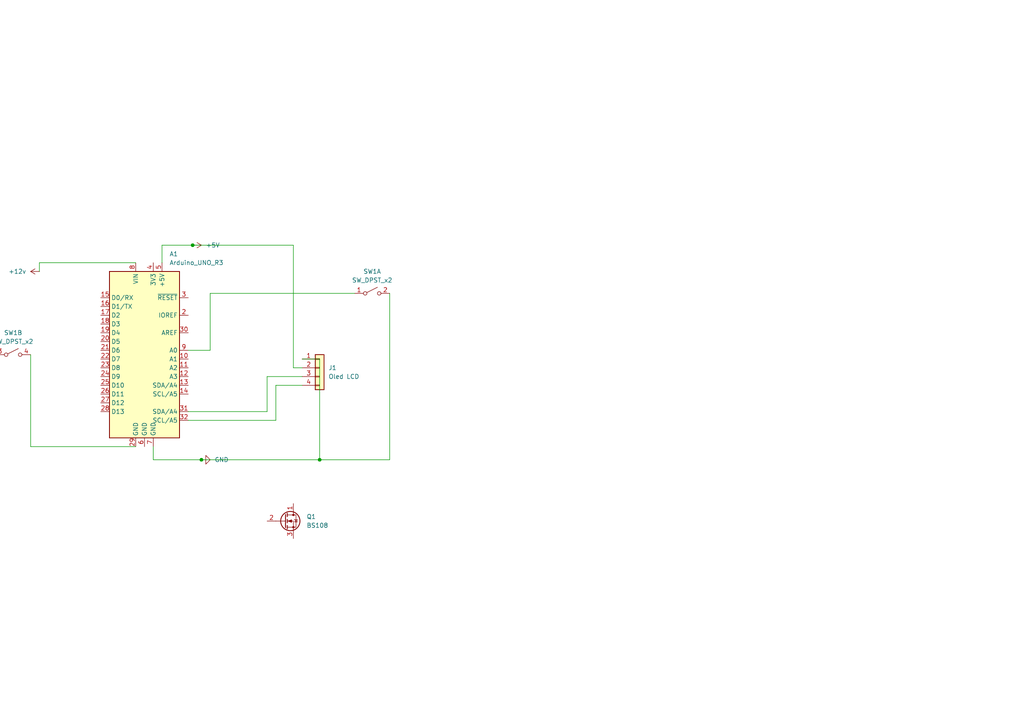
<source format=kicad_sch>
(kicad_sch
	(version 20250114)
	(generator "eeschema")
	(generator_version "9.0")
	(uuid "3b3385f4-7ed8-4629-8754-bbc6b445ee7d")
	(paper "A4")
	(lib_symbols
		(symbol "Connector_Generic:Conn_01x04"
			(pin_names
				(offset 1.016)
				(hide yes)
			)
			(exclude_from_sim no)
			(in_bom yes)
			(on_board yes)
			(property "Reference" "J"
				(at 0 5.08 0)
				(effects
					(font
						(size 1.27 1.27)
					)
				)
			)
			(property "Value" "Conn_01x04"
				(at 0 -7.62 0)
				(effects
					(font
						(size 1.27 1.27)
					)
				)
			)
			(property "Footprint" ""
				(at 0 0 0)
				(effects
					(font
						(size 1.27 1.27)
					)
					(hide yes)
				)
			)
			(property "Datasheet" "~"
				(at 0 0 0)
				(effects
					(font
						(size 1.27 1.27)
					)
					(hide yes)
				)
			)
			(property "Description" "Generic connector, single row, 01x04, script generated (kicad-library-utils/schlib/autogen/connector/)"
				(at 0 0 0)
				(effects
					(font
						(size 1.27 1.27)
					)
					(hide yes)
				)
			)
			(property "ki_keywords" "connector"
				(at 0 0 0)
				(effects
					(font
						(size 1.27 1.27)
					)
					(hide yes)
				)
			)
			(property "ki_fp_filters" "Connector*:*_1x??_*"
				(at 0 0 0)
				(effects
					(font
						(size 1.27 1.27)
					)
					(hide yes)
				)
			)
			(symbol "Conn_01x04_1_1"
				(rectangle
					(start -1.27 3.81)
					(end 1.27 -6.35)
					(stroke
						(width 0.254)
						(type default)
					)
					(fill
						(type background)
					)
				)
				(rectangle
					(start -1.27 2.667)
					(end 0 2.413)
					(stroke
						(width 0.1524)
						(type default)
					)
					(fill
						(type none)
					)
				)
				(rectangle
					(start -1.27 0.127)
					(end 0 -0.127)
					(stroke
						(width 0.1524)
						(type default)
					)
					(fill
						(type none)
					)
				)
				(rectangle
					(start -1.27 -2.413)
					(end 0 -2.667)
					(stroke
						(width 0.1524)
						(type default)
					)
					(fill
						(type none)
					)
				)
				(rectangle
					(start -1.27 -4.953)
					(end 0 -5.207)
					(stroke
						(width 0.1524)
						(type default)
					)
					(fill
						(type none)
					)
				)
				(pin passive line
					(at -5.08 2.54 0)
					(length 3.81)
					(name "Pin_1"
						(effects
							(font
								(size 1.27 1.27)
							)
						)
					)
					(number "1"
						(effects
							(font
								(size 1.27 1.27)
							)
						)
					)
				)
				(pin passive line
					(at -5.08 0 0)
					(length 3.81)
					(name "Pin_2"
						(effects
							(font
								(size 1.27 1.27)
							)
						)
					)
					(number "2"
						(effects
							(font
								(size 1.27 1.27)
							)
						)
					)
				)
				(pin passive line
					(at -5.08 -2.54 0)
					(length 3.81)
					(name "Pin_3"
						(effects
							(font
								(size 1.27 1.27)
							)
						)
					)
					(number "3"
						(effects
							(font
								(size 1.27 1.27)
							)
						)
					)
				)
				(pin passive line
					(at -5.08 -5.08 0)
					(length 3.81)
					(name "Pin_4"
						(effects
							(font
								(size 1.27 1.27)
							)
						)
					)
					(number "4"
						(effects
							(font
								(size 1.27 1.27)
							)
						)
					)
				)
			)
			(embedded_fonts no)
		)
		(symbol "MCU_Module:Arduino_UNO_R3"
			(exclude_from_sim no)
			(in_bom yes)
			(on_board yes)
			(property "Reference" "A"
				(at -10.16 23.495 0)
				(effects
					(font
						(size 1.27 1.27)
					)
					(justify left bottom)
				)
			)
			(property "Value" "Arduino_UNO_R3"
				(at 5.08 -26.67 0)
				(effects
					(font
						(size 1.27 1.27)
					)
					(justify left top)
				)
			)
			(property "Footprint" "Module:Arduino_UNO_R3"
				(at 0 0 0)
				(effects
					(font
						(size 1.27 1.27)
						(italic yes)
					)
					(hide yes)
				)
			)
			(property "Datasheet" "https://www.arduino.cc/en/Main/arduinoBoardUno"
				(at 0 0 0)
				(effects
					(font
						(size 1.27 1.27)
					)
					(hide yes)
				)
			)
			(property "Description" "Arduino UNO Microcontroller Module, release 3"
				(at 0 0 0)
				(effects
					(font
						(size 1.27 1.27)
					)
					(hide yes)
				)
			)
			(property "ki_keywords" "Arduino UNO R3 Microcontroller Module Atmel AVR USB"
				(at 0 0 0)
				(effects
					(font
						(size 1.27 1.27)
					)
					(hide yes)
				)
			)
			(property "ki_fp_filters" "Arduino*UNO*R3*"
				(at 0 0 0)
				(effects
					(font
						(size 1.27 1.27)
					)
					(hide yes)
				)
			)
			(symbol "Arduino_UNO_R3_0_1"
				(rectangle
					(start -10.16 22.86)
					(end 10.16 -25.4)
					(stroke
						(width 0.254)
						(type default)
					)
					(fill
						(type background)
					)
				)
			)
			(symbol "Arduino_UNO_R3_1_1"
				(pin bidirectional line
					(at -12.7 15.24 0)
					(length 2.54)
					(name "D0/RX"
						(effects
							(font
								(size 1.27 1.27)
							)
						)
					)
					(number "15"
						(effects
							(font
								(size 1.27 1.27)
							)
						)
					)
				)
				(pin bidirectional line
					(at -12.7 12.7 0)
					(length 2.54)
					(name "D1/TX"
						(effects
							(font
								(size 1.27 1.27)
							)
						)
					)
					(number "16"
						(effects
							(font
								(size 1.27 1.27)
							)
						)
					)
				)
				(pin bidirectional line
					(at -12.7 10.16 0)
					(length 2.54)
					(name "D2"
						(effects
							(font
								(size 1.27 1.27)
							)
						)
					)
					(number "17"
						(effects
							(font
								(size 1.27 1.27)
							)
						)
					)
				)
				(pin bidirectional line
					(at -12.7 7.62 0)
					(length 2.54)
					(name "D3"
						(effects
							(font
								(size 1.27 1.27)
							)
						)
					)
					(number "18"
						(effects
							(font
								(size 1.27 1.27)
							)
						)
					)
				)
				(pin bidirectional line
					(at -12.7 5.08 0)
					(length 2.54)
					(name "D4"
						(effects
							(font
								(size 1.27 1.27)
							)
						)
					)
					(number "19"
						(effects
							(font
								(size 1.27 1.27)
							)
						)
					)
				)
				(pin bidirectional line
					(at -12.7 2.54 0)
					(length 2.54)
					(name "D5"
						(effects
							(font
								(size 1.27 1.27)
							)
						)
					)
					(number "20"
						(effects
							(font
								(size 1.27 1.27)
							)
						)
					)
				)
				(pin bidirectional line
					(at -12.7 0 0)
					(length 2.54)
					(name "D6"
						(effects
							(font
								(size 1.27 1.27)
							)
						)
					)
					(number "21"
						(effects
							(font
								(size 1.27 1.27)
							)
						)
					)
				)
				(pin bidirectional line
					(at -12.7 -2.54 0)
					(length 2.54)
					(name "D7"
						(effects
							(font
								(size 1.27 1.27)
							)
						)
					)
					(number "22"
						(effects
							(font
								(size 1.27 1.27)
							)
						)
					)
				)
				(pin bidirectional line
					(at -12.7 -5.08 0)
					(length 2.54)
					(name "D8"
						(effects
							(font
								(size 1.27 1.27)
							)
						)
					)
					(number "23"
						(effects
							(font
								(size 1.27 1.27)
							)
						)
					)
				)
				(pin bidirectional line
					(at -12.7 -7.62 0)
					(length 2.54)
					(name "D9"
						(effects
							(font
								(size 1.27 1.27)
							)
						)
					)
					(number "24"
						(effects
							(font
								(size 1.27 1.27)
							)
						)
					)
				)
				(pin bidirectional line
					(at -12.7 -10.16 0)
					(length 2.54)
					(name "D10"
						(effects
							(font
								(size 1.27 1.27)
							)
						)
					)
					(number "25"
						(effects
							(font
								(size 1.27 1.27)
							)
						)
					)
				)
				(pin bidirectional line
					(at -12.7 -12.7 0)
					(length 2.54)
					(name "D11"
						(effects
							(font
								(size 1.27 1.27)
							)
						)
					)
					(number "26"
						(effects
							(font
								(size 1.27 1.27)
							)
						)
					)
				)
				(pin bidirectional line
					(at -12.7 -15.24 0)
					(length 2.54)
					(name "D12"
						(effects
							(font
								(size 1.27 1.27)
							)
						)
					)
					(number "27"
						(effects
							(font
								(size 1.27 1.27)
							)
						)
					)
				)
				(pin bidirectional line
					(at -12.7 -17.78 0)
					(length 2.54)
					(name "D13"
						(effects
							(font
								(size 1.27 1.27)
							)
						)
					)
					(number "28"
						(effects
							(font
								(size 1.27 1.27)
							)
						)
					)
				)
				(pin no_connect line
					(at -10.16 -20.32 0)
					(length 2.54)
					(hide yes)
					(name "NC"
						(effects
							(font
								(size 1.27 1.27)
							)
						)
					)
					(number "1"
						(effects
							(font
								(size 1.27 1.27)
							)
						)
					)
				)
				(pin power_in line
					(at -2.54 25.4 270)
					(length 2.54)
					(name "VIN"
						(effects
							(font
								(size 1.27 1.27)
							)
						)
					)
					(number "8"
						(effects
							(font
								(size 1.27 1.27)
							)
						)
					)
				)
				(pin power_in line
					(at -2.54 -27.94 90)
					(length 2.54)
					(name "GND"
						(effects
							(font
								(size 1.27 1.27)
							)
						)
					)
					(number "29"
						(effects
							(font
								(size 1.27 1.27)
							)
						)
					)
				)
				(pin power_in line
					(at 0 -27.94 90)
					(length 2.54)
					(name "GND"
						(effects
							(font
								(size 1.27 1.27)
							)
						)
					)
					(number "6"
						(effects
							(font
								(size 1.27 1.27)
							)
						)
					)
				)
				(pin power_out line
					(at 2.54 25.4 270)
					(length 2.54)
					(name "3V3"
						(effects
							(font
								(size 1.27 1.27)
							)
						)
					)
					(number "4"
						(effects
							(font
								(size 1.27 1.27)
							)
						)
					)
				)
				(pin power_in line
					(at 2.54 -27.94 90)
					(length 2.54)
					(name "GND"
						(effects
							(font
								(size 1.27 1.27)
							)
						)
					)
					(number "7"
						(effects
							(font
								(size 1.27 1.27)
							)
						)
					)
				)
				(pin power_out line
					(at 5.08 25.4 270)
					(length 2.54)
					(name "+5V"
						(effects
							(font
								(size 1.27 1.27)
							)
						)
					)
					(number "5"
						(effects
							(font
								(size 1.27 1.27)
							)
						)
					)
				)
				(pin input line
					(at 12.7 15.24 180)
					(length 2.54)
					(name "~{RESET}"
						(effects
							(font
								(size 1.27 1.27)
							)
						)
					)
					(number "3"
						(effects
							(font
								(size 1.27 1.27)
							)
						)
					)
				)
				(pin output line
					(at 12.7 10.16 180)
					(length 2.54)
					(name "IOREF"
						(effects
							(font
								(size 1.27 1.27)
							)
						)
					)
					(number "2"
						(effects
							(font
								(size 1.27 1.27)
							)
						)
					)
				)
				(pin input line
					(at 12.7 5.08 180)
					(length 2.54)
					(name "AREF"
						(effects
							(font
								(size 1.27 1.27)
							)
						)
					)
					(number "30"
						(effects
							(font
								(size 1.27 1.27)
							)
						)
					)
				)
				(pin bidirectional line
					(at 12.7 0 180)
					(length 2.54)
					(name "A0"
						(effects
							(font
								(size 1.27 1.27)
							)
						)
					)
					(number "9"
						(effects
							(font
								(size 1.27 1.27)
							)
						)
					)
				)
				(pin bidirectional line
					(at 12.7 -2.54 180)
					(length 2.54)
					(name "A1"
						(effects
							(font
								(size 1.27 1.27)
							)
						)
					)
					(number "10"
						(effects
							(font
								(size 1.27 1.27)
							)
						)
					)
				)
				(pin bidirectional line
					(at 12.7 -5.08 180)
					(length 2.54)
					(name "A2"
						(effects
							(font
								(size 1.27 1.27)
							)
						)
					)
					(number "11"
						(effects
							(font
								(size 1.27 1.27)
							)
						)
					)
				)
				(pin bidirectional line
					(at 12.7 -7.62 180)
					(length 2.54)
					(name "A3"
						(effects
							(font
								(size 1.27 1.27)
							)
						)
					)
					(number "12"
						(effects
							(font
								(size 1.27 1.27)
							)
						)
					)
				)
				(pin bidirectional line
					(at 12.7 -10.16 180)
					(length 2.54)
					(name "SDA/A4"
						(effects
							(font
								(size 1.27 1.27)
							)
						)
					)
					(number "13"
						(effects
							(font
								(size 1.27 1.27)
							)
						)
					)
				)
				(pin bidirectional line
					(at 12.7 -12.7 180)
					(length 2.54)
					(name "SCL/A5"
						(effects
							(font
								(size 1.27 1.27)
							)
						)
					)
					(number "14"
						(effects
							(font
								(size 1.27 1.27)
							)
						)
					)
				)
				(pin bidirectional line
					(at 12.7 -17.78 180)
					(length 2.54)
					(name "SDA/A4"
						(effects
							(font
								(size 1.27 1.27)
							)
						)
					)
					(number "31"
						(effects
							(font
								(size 1.27 1.27)
							)
						)
					)
				)
				(pin bidirectional line
					(at 12.7 -20.32 180)
					(length 2.54)
					(name "SCL/A5"
						(effects
							(font
								(size 1.27 1.27)
							)
						)
					)
					(number "32"
						(effects
							(font
								(size 1.27 1.27)
							)
						)
					)
				)
			)
			(embedded_fonts no)
		)
		(symbol "Switch:SW_DPST_x2"
			(pin_names
				(offset 0)
				(hide yes)
			)
			(exclude_from_sim no)
			(in_bom yes)
			(on_board yes)
			(property "Reference" "SW"
				(at 0 3.175 0)
				(effects
					(font
						(size 1.27 1.27)
					)
				)
			)
			(property "Value" "SW_DPST_x2"
				(at 0 -2.54 0)
				(effects
					(font
						(size 1.27 1.27)
					)
				)
			)
			(property "Footprint" ""
				(at 0 0 0)
				(effects
					(font
						(size 1.27 1.27)
					)
					(hide yes)
				)
			)
			(property "Datasheet" "~"
				(at 0 0 0)
				(effects
					(font
						(size 1.27 1.27)
					)
					(hide yes)
				)
			)
			(property "Description" "Single Pole Single Throw (SPST) switch, separate symbol"
				(at 0 0 0)
				(effects
					(font
						(size 1.27 1.27)
					)
					(hide yes)
				)
			)
			(property "ki_keywords" "switch lever"
				(at 0 0 0)
				(effects
					(font
						(size 1.27 1.27)
					)
					(hide yes)
				)
			)
			(symbol "SW_DPST_x2_0_0"
				(circle
					(center -2.032 0)
					(radius 0.508)
					(stroke
						(width 0)
						(type default)
					)
					(fill
						(type none)
					)
				)
				(polyline
					(pts
						(xy -1.524 0.254) (xy 1.524 1.778)
					)
					(stroke
						(width 0)
						(type default)
					)
					(fill
						(type none)
					)
				)
				(circle
					(center 2.032 0)
					(radius 0.508)
					(stroke
						(width 0)
						(type default)
					)
					(fill
						(type none)
					)
				)
			)
			(symbol "SW_DPST_x2_1_1"
				(pin passive line
					(at -5.08 0 0)
					(length 2.54)
					(name "A"
						(effects
							(font
								(size 1.27 1.27)
							)
						)
					)
					(number "1"
						(effects
							(font
								(size 1.27 1.27)
							)
						)
					)
				)
				(pin passive line
					(at 5.08 0 180)
					(length 2.54)
					(name "B"
						(effects
							(font
								(size 1.27 1.27)
							)
						)
					)
					(number "2"
						(effects
							(font
								(size 1.27 1.27)
							)
						)
					)
				)
			)
			(symbol "SW_DPST_x2_2_1"
				(pin passive line
					(at -5.08 0 0)
					(length 2.54)
					(name "A"
						(effects
							(font
								(size 1.27 1.27)
							)
						)
					)
					(number "3"
						(effects
							(font
								(size 1.27 1.27)
							)
						)
					)
				)
				(pin passive line
					(at 5.08 0 180)
					(length 2.54)
					(name "B"
						(effects
							(font
								(size 1.27 1.27)
							)
						)
					)
					(number "4"
						(effects
							(font
								(size 1.27 1.27)
							)
						)
					)
				)
			)
			(embedded_fonts no)
		)
		(symbol "Transistor_FET:BS108"
			(pin_names
				(hide yes)
			)
			(exclude_from_sim no)
			(in_bom yes)
			(on_board yes)
			(property "Reference" "Q"
				(at 5.08 1.905 0)
				(effects
					(font
						(size 1.27 1.27)
					)
					(justify left)
				)
			)
			(property "Value" "BS108"
				(at 5.08 0 0)
				(effects
					(font
						(size 1.27 1.27)
					)
					(justify left)
				)
			)
			(property "Footprint" "Package_TO_SOT_THT:TO-92_Inline"
				(at 5.08 -1.905 0)
				(effects
					(font
						(size 1.27 1.27)
						(italic yes)
					)
					(justify left)
					(hide yes)
				)
			)
			(property "Datasheet" "http://www.redrok.com/MOSFET_BS108_200V_250mA_8O_Vth1.5_TO-92.PDF"
				(at 5.08 -3.81 0)
				(effects
					(font
						(size 1.27 1.27)
					)
					(justify left)
					(hide yes)
				)
			)
			(property "Description" "0.25A Id, 200V Vds, N-Channel MOSFET, TO-92"
				(at 0 0 0)
				(effects
					(font
						(size 1.27 1.27)
					)
					(hide yes)
				)
			)
			(property "ki_keywords" "N-Channel MOSFET"
				(at 0 0 0)
				(effects
					(font
						(size 1.27 1.27)
					)
					(hide yes)
				)
			)
			(property "ki_fp_filters" "TO?92*"
				(at 0 0 0)
				(effects
					(font
						(size 1.27 1.27)
					)
					(hide yes)
				)
			)
			(symbol "BS108_0_1"
				(polyline
					(pts
						(xy 0.254 1.905) (xy 0.254 -1.905)
					)
					(stroke
						(width 0.254)
						(type default)
					)
					(fill
						(type none)
					)
				)
				(polyline
					(pts
						(xy 0.254 0) (xy -2.54 0)
					)
					(stroke
						(width 0)
						(type default)
					)
					(fill
						(type none)
					)
				)
				(polyline
					(pts
						(xy 0.762 2.286) (xy 0.762 1.27)
					)
					(stroke
						(width 0.254)
						(type default)
					)
					(fill
						(type none)
					)
				)
				(polyline
					(pts
						(xy 0.762 0.508) (xy 0.762 -0.508)
					)
					(stroke
						(width 0.254)
						(type default)
					)
					(fill
						(type none)
					)
				)
				(polyline
					(pts
						(xy 0.762 -1.27) (xy 0.762 -2.286)
					)
					(stroke
						(width 0.254)
						(type default)
					)
					(fill
						(type none)
					)
				)
				(polyline
					(pts
						(xy 0.762 -1.778) (xy 3.302 -1.778) (xy 3.302 1.778) (xy 0.762 1.778)
					)
					(stroke
						(width 0)
						(type default)
					)
					(fill
						(type none)
					)
				)
				(polyline
					(pts
						(xy 1.016 0) (xy 2.032 0.381) (xy 2.032 -0.381) (xy 1.016 0)
					)
					(stroke
						(width 0)
						(type default)
					)
					(fill
						(type outline)
					)
				)
				(circle
					(center 1.651 0)
					(radius 2.794)
					(stroke
						(width 0.254)
						(type default)
					)
					(fill
						(type none)
					)
				)
				(polyline
					(pts
						(xy 2.54 2.54) (xy 2.54 1.778)
					)
					(stroke
						(width 0)
						(type default)
					)
					(fill
						(type none)
					)
				)
				(circle
					(center 2.54 1.778)
					(radius 0.254)
					(stroke
						(width 0)
						(type default)
					)
					(fill
						(type outline)
					)
				)
				(circle
					(center 2.54 -1.778)
					(radius 0.254)
					(stroke
						(width 0)
						(type default)
					)
					(fill
						(type outline)
					)
				)
				(polyline
					(pts
						(xy 2.54 -2.54) (xy 2.54 0) (xy 0.762 0)
					)
					(stroke
						(width 0)
						(type default)
					)
					(fill
						(type none)
					)
				)
				(polyline
					(pts
						(xy 2.794 0.508) (xy 2.921 0.381) (xy 3.683 0.381) (xy 3.81 0.254)
					)
					(stroke
						(width 0)
						(type default)
					)
					(fill
						(type none)
					)
				)
				(polyline
					(pts
						(xy 3.302 0.381) (xy 2.921 -0.254) (xy 3.683 -0.254) (xy 3.302 0.381)
					)
					(stroke
						(width 0)
						(type default)
					)
					(fill
						(type none)
					)
				)
			)
			(symbol "BS108_1_1"
				(pin input line
					(at -5.08 0 0)
					(length 2.54)
					(name "G"
						(effects
							(font
								(size 1.27 1.27)
							)
						)
					)
					(number "2"
						(effects
							(font
								(size 1.27 1.27)
							)
						)
					)
				)
				(pin passive line
					(at 2.54 5.08 270)
					(length 2.54)
					(name "D"
						(effects
							(font
								(size 1.27 1.27)
							)
						)
					)
					(number "1"
						(effects
							(font
								(size 1.27 1.27)
							)
						)
					)
				)
				(pin passive line
					(at 2.54 -5.08 90)
					(length 2.54)
					(name "S"
						(effects
							(font
								(size 1.27 1.27)
							)
						)
					)
					(number "3"
						(effects
							(font
								(size 1.27 1.27)
							)
						)
					)
				)
			)
			(embedded_fonts no)
		)
		(symbol "power:+5V"
			(power)
			(pin_numbers
				(hide yes)
			)
			(pin_names
				(offset 0)
				(hide yes)
			)
			(exclude_from_sim no)
			(in_bom yes)
			(on_board yes)
			(property "Reference" "#PWR"
				(at 0 -3.81 0)
				(effects
					(font
						(size 1.27 1.27)
					)
					(hide yes)
				)
			)
			(property "Value" "+5V"
				(at 0 3.556 0)
				(effects
					(font
						(size 1.27 1.27)
					)
				)
			)
			(property "Footprint" ""
				(at 0 0 0)
				(effects
					(font
						(size 1.27 1.27)
					)
					(hide yes)
				)
			)
			(property "Datasheet" ""
				(at 0 0 0)
				(effects
					(font
						(size 1.27 1.27)
					)
					(hide yes)
				)
			)
			(property "Description" "Power symbol creates a global label with name \"+5V\""
				(at 0 0 0)
				(effects
					(font
						(size 1.27 1.27)
					)
					(hide yes)
				)
			)
			(property "ki_keywords" "global power"
				(at 0 0 0)
				(effects
					(font
						(size 1.27 1.27)
					)
					(hide yes)
				)
			)
			(symbol "+5V_0_1"
				(polyline
					(pts
						(xy -0.762 1.27) (xy 0 2.54)
					)
					(stroke
						(width 0)
						(type default)
					)
					(fill
						(type none)
					)
				)
				(polyline
					(pts
						(xy 0 2.54) (xy 0.762 1.27)
					)
					(stroke
						(width 0)
						(type default)
					)
					(fill
						(type none)
					)
				)
				(polyline
					(pts
						(xy 0 0) (xy 0 2.54)
					)
					(stroke
						(width 0)
						(type default)
					)
					(fill
						(type none)
					)
				)
			)
			(symbol "+5V_1_1"
				(pin power_in line
					(at 0 0 90)
					(length 0)
					(name "~"
						(effects
							(font
								(size 1.27 1.27)
							)
						)
					)
					(number "1"
						(effects
							(font
								(size 1.27 1.27)
							)
						)
					)
				)
			)
			(embedded_fonts no)
		)
		(symbol "power:GND"
			(power)
			(pin_numbers
				(hide yes)
			)
			(pin_names
				(offset 0)
				(hide yes)
			)
			(exclude_from_sim no)
			(in_bom yes)
			(on_board yes)
			(property "Reference" "#PWR"
				(at 0 -6.35 0)
				(effects
					(font
						(size 1.27 1.27)
					)
					(hide yes)
				)
			)
			(property "Value" "GND"
				(at 0 -3.81 0)
				(effects
					(font
						(size 1.27 1.27)
					)
				)
			)
			(property "Footprint" ""
				(at 0 0 0)
				(effects
					(font
						(size 1.27 1.27)
					)
					(hide yes)
				)
			)
			(property "Datasheet" ""
				(at 0 0 0)
				(effects
					(font
						(size 1.27 1.27)
					)
					(hide yes)
				)
			)
			(property "Description" "Power symbol creates a global label with name \"GND\" , ground"
				(at 0 0 0)
				(effects
					(font
						(size 1.27 1.27)
					)
					(hide yes)
				)
			)
			(property "ki_keywords" "global power"
				(at 0 0 0)
				(effects
					(font
						(size 1.27 1.27)
					)
					(hide yes)
				)
			)
			(symbol "GND_0_1"
				(polyline
					(pts
						(xy 0 0) (xy 0 -1.27) (xy 1.27 -1.27) (xy 0 -2.54) (xy -1.27 -1.27) (xy 0 -1.27)
					)
					(stroke
						(width 0)
						(type default)
					)
					(fill
						(type none)
					)
				)
			)
			(symbol "GND_1_1"
				(pin power_in line
					(at 0 0 270)
					(length 0)
					(name "~"
						(effects
							(font
								(size 1.27 1.27)
							)
						)
					)
					(number "1"
						(effects
							(font
								(size 1.27 1.27)
							)
						)
					)
				)
			)
			(embedded_fonts no)
		)
	)
	(junction
		(at 92.71 133.35)
		(diameter 0)
		(color 0 0 0 0)
		(uuid "53039b7d-6c92-436a-a23e-d29f1bbe4b24")
	)
	(junction
		(at 58.42 133.35)
		(diameter 0)
		(color 0 0 0 0)
		(uuid "5bfcf844-2562-4508-aa52-e00761222409")
	)
	(junction
		(at 55.88 71.12)
		(diameter 0)
		(color 0 0 0 0)
		(uuid "bfdf5def-2aa4-411f-87b9-6066875ae89a")
	)
	(wire
		(pts
			(xy 60.96 85.09) (xy 60.96 101.6)
		)
		(stroke
			(width 0)
			(type default)
		)
		(uuid "02cb030a-609d-4101-ab74-4c94ce01266e")
	)
	(wire
		(pts
			(xy 54.61 121.92) (xy 80.01 121.92)
		)
		(stroke
			(width 0)
			(type default)
		)
		(uuid "06fd1635-da2d-463e-ba52-6014df7e6498")
	)
	(wire
		(pts
			(xy 85.09 71.12) (xy 85.09 106.68)
		)
		(stroke
			(width 0)
			(type default)
		)
		(uuid "0d9787e0-8ac5-4828-80af-ca798ebaaf50")
	)
	(wire
		(pts
			(xy 80.01 111.76) (xy 87.63 111.76)
		)
		(stroke
			(width 0)
			(type default)
		)
		(uuid "0fce1120-4ce3-4d6d-a8c7-6de0c900f2e9")
	)
	(wire
		(pts
			(xy 77.47 119.38) (xy 77.47 109.22)
		)
		(stroke
			(width 0)
			(type default)
		)
		(uuid "1313c6cf-d7ac-40b8-96a9-7b09ff39c6e8")
	)
	(wire
		(pts
			(xy 80.01 121.92) (xy 80.01 111.76)
		)
		(stroke
			(width 0)
			(type default)
		)
		(uuid "1699d9cd-7cda-4827-9ad6-96d34e2a9ccc")
	)
	(wire
		(pts
			(xy 92.71 104.14) (xy 87.63 104.14)
		)
		(stroke
			(width 0)
			(type default)
		)
		(uuid "17f26f4d-a2f9-47e3-a880-1e907b2cd822")
	)
	(wire
		(pts
			(xy 113.03 133.35) (xy 92.71 133.35)
		)
		(stroke
			(width 0)
			(type default)
		)
		(uuid "193d9428-2e29-4545-b154-2e76d52b1ca3")
	)
	(wire
		(pts
			(xy 85.09 106.68) (xy 87.63 106.68)
		)
		(stroke
			(width 0)
			(type default)
		)
		(uuid "1c62082e-1559-4022-bfed-5d81246bfb3c")
	)
	(wire
		(pts
			(xy 113.03 85.09) (xy 113.03 133.35)
		)
		(stroke
			(width 0)
			(type default)
		)
		(uuid "261f7597-a20c-4abe-8aeb-7900357ef003")
	)
	(wire
		(pts
			(xy 39.37 129.54) (xy 8.89 129.54)
		)
		(stroke
			(width 0)
			(type default)
		)
		(uuid "35d3d53b-214e-4f22-b23d-f125bad661f7")
	)
	(wire
		(pts
			(xy 11.43 76.2) (xy 11.43 78.74)
		)
		(stroke
			(width 0)
			(type default)
		)
		(uuid "51ca323a-678a-4da3-bca8-a7fba265f928")
	)
	(wire
		(pts
			(xy 44.45 133.35) (xy 58.42 133.35)
		)
		(stroke
			(width 0)
			(type default)
		)
		(uuid "52ccda03-ac7b-4391-94dc-538d1412e6ef")
	)
	(wire
		(pts
			(xy 58.42 133.35) (xy 92.71 133.35)
		)
		(stroke
			(width 0)
			(type default)
		)
		(uuid "53a2b058-b700-4988-ac9c-66d8c12bd11c")
	)
	(wire
		(pts
			(xy 92.71 133.35) (xy 92.71 104.14)
		)
		(stroke
			(width 0)
			(type default)
		)
		(uuid "70fdc51d-8dec-4ca2-a185-9572245d1f2a")
	)
	(wire
		(pts
			(xy 55.88 71.12) (xy 85.09 71.12)
		)
		(stroke
			(width 0)
			(type default)
		)
		(uuid "903d489f-e49a-4f9c-889b-f60935da3d52")
	)
	(wire
		(pts
			(xy 60.96 101.6) (xy 54.61 101.6)
		)
		(stroke
			(width 0)
			(type default)
		)
		(uuid "9c1f19fb-17fc-40c2-93d8-5905af9703d3")
	)
	(wire
		(pts
			(xy 46.99 76.2) (xy 46.99 71.12)
		)
		(stroke
			(width 0)
			(type default)
		)
		(uuid "a423f2c3-98b4-4809-b603-5d0d080eb410")
	)
	(wire
		(pts
			(xy 54.61 119.38) (xy 77.47 119.38)
		)
		(stroke
			(width 0)
			(type default)
		)
		(uuid "aac5c037-5817-46a5-8512-739d29b7e3ba")
	)
	(wire
		(pts
			(xy 46.99 71.12) (xy 55.88 71.12)
		)
		(stroke
			(width 0)
			(type default)
		)
		(uuid "b64dedcb-8c4c-432d-9936-41400b1f114d")
	)
	(wire
		(pts
			(xy 77.47 109.22) (xy 87.63 109.22)
		)
		(stroke
			(width 0)
			(type default)
		)
		(uuid "c60f6517-560c-4d78-9bf6-d8522034bcbf")
	)
	(wire
		(pts
			(xy 11.43 76.2) (xy 39.37 76.2)
		)
		(stroke
			(width 0)
			(type default)
		)
		(uuid "db5f6739-fc4a-4556-ae7f-10949bf93255")
	)
	(wire
		(pts
			(xy 44.45 129.54) (xy 44.45 133.35)
		)
		(stroke
			(width 0)
			(type default)
		)
		(uuid "dee8a512-0dde-4733-8fb5-7eb252debbf8")
	)
	(wire
		(pts
			(xy 102.87 85.09) (xy 60.96 85.09)
		)
		(stroke
			(width 0)
			(type default)
		)
		(uuid "f4bf96a2-2281-4b6a-9729-36fa7e7ecdcf")
	)
	(wire
		(pts
			(xy 8.89 129.54) (xy 8.89 102.87)
		)
		(stroke
			(width 0)
			(type default)
		)
		(uuid "f74a6bf2-9126-46aa-b7c5-6d7a80285c5a")
	)
	(symbol
		(lib_id "power:+5V")
		(at 55.88 71.12 270)
		(unit 1)
		(exclude_from_sim no)
		(in_bom yes)
		(on_board yes)
		(dnp no)
		(fields_autoplaced yes)
		(uuid "1693b5bb-7989-4f33-a0b9-6e62ecbd7e12")
		(property "Reference" "#PWR01"
			(at 52.07 71.12 0)
			(effects
				(font
					(size 1.27 1.27)
				)
				(hide yes)
			)
		)
		(property "Value" "+5V"
			(at 59.69 71.1199 90)
			(effects
				(font
					(size 1.27 1.27)
				)
				(justify left)
			)
		)
		(property "Footprint" ""
			(at 55.88 71.12 0)
			(effects
				(font
					(size 1.27 1.27)
				)
				(hide yes)
			)
		)
		(property "Datasheet" ""
			(at 55.88 71.12 0)
			(effects
				(font
					(size 1.27 1.27)
				)
				(hide yes)
			)
		)
		(property "Description" "Power symbol creates a global label with name \"+5V\""
			(at 55.88 71.12 0)
			(effects
				(font
					(size 1.27 1.27)
				)
				(hide yes)
			)
		)
		(pin "1"
			(uuid "921c89ee-d8c4-4a1c-9b30-202e73090f3d")
		)
		(instances
			(project ""
				(path "/3b3385f4-7ed8-4629-8754-bbc6b445ee7d"
					(reference "#PWR01")
					(unit 1)
				)
			)
		)
	)
	(symbol
		(lib_id "Switch:SW_DPST_x2")
		(at 3.81 102.87 0)
		(unit 2)
		(exclude_from_sim no)
		(in_bom yes)
		(on_board yes)
		(dnp no)
		(fields_autoplaced yes)
		(uuid "16cedac4-85b9-4491-bd0d-85ded0b5c8aa")
		(property "Reference" "SW1"
			(at 3.81 96.52 0)
			(effects
				(font
					(size 1.27 1.27)
				)
			)
		)
		(property "Value" "SW_DPST_x2"
			(at 3.81 99.06 0)
			(effects
				(font
					(size 1.27 1.27)
				)
			)
		)
		(property "Footprint" ""
			(at 3.81 102.87 0)
			(effects
				(font
					(size 1.27 1.27)
				)
				(hide yes)
			)
		)
		(property "Datasheet" "~"
			(at 3.81 102.87 0)
			(effects
				(font
					(size 1.27 1.27)
				)
				(hide yes)
			)
		)
		(property "Description" "Single Pole Single Throw (SPST) switch, separate symbol"
			(at 3.81 102.87 0)
			(effects
				(font
					(size 1.27 1.27)
				)
				(hide yes)
			)
		)
		(pin "1"
			(uuid "c27d6232-7f8f-4d7a-b692-f456542b710f")
		)
		(pin "2"
			(uuid "f1bf16e2-76a7-452d-9e23-fe49df67952e")
		)
		(pin "3"
			(uuid "55ac914a-d20b-4163-adb5-0fe018278223")
		)
		(pin "4"
			(uuid "cbda83c3-2e3b-42e2-9ce7-ce9c5cfa9c3d")
		)
		(instances
			(project ""
				(path "/3b3385f4-7ed8-4629-8754-bbc6b445ee7d"
					(reference "SW1")
					(unit 2)
				)
			)
		)
	)
	(symbol
		(lib_id "power:+5V")
		(at 11.43 78.74 90)
		(unit 1)
		(exclude_from_sim no)
		(in_bom yes)
		(on_board yes)
		(dnp no)
		(fields_autoplaced yes)
		(uuid "6c6b219a-aff3-4a18-84df-d1b3defa05eb")
		(property "Reference" "#PWR03"
			(at 15.24 78.74 0)
			(effects
				(font
					(size 1.27 1.27)
				)
				(hide yes)
			)
		)
		(property "Value" "+12v"
			(at 7.62 78.7399 90)
			(effects
				(font
					(size 1.27 1.27)
				)
				(justify left)
			)
		)
		(property "Footprint" ""
			(at 11.43 78.74 0)
			(effects
				(font
					(size 1.27 1.27)
				)
				(hide yes)
			)
		)
		(property "Datasheet" ""
			(at 11.43 78.74 0)
			(effects
				(font
					(size 1.27 1.27)
				)
				(hide yes)
			)
		)
		(property "Description" "Power symbol creates a global label with name \"+5V\""
			(at 11.43 78.74 0)
			(effects
				(font
					(size 1.27 1.27)
				)
				(hide yes)
			)
		)
		(pin "1"
			(uuid "e8e0cada-a643-442e-8afc-1aa92d6b9b3a")
		)
		(instances
			(project ""
				(path "/3b3385f4-7ed8-4629-8754-bbc6b445ee7d"
					(reference "#PWR03")
					(unit 1)
				)
			)
		)
	)
	(symbol
		(lib_id "MCU_Module:Arduino_UNO_R3")
		(at 41.91 101.6 0)
		(unit 1)
		(exclude_from_sim no)
		(in_bom yes)
		(on_board yes)
		(dnp no)
		(fields_autoplaced yes)
		(uuid "7531a82e-1723-414b-b6b6-da4d987493cd")
		(property "Reference" "A1"
			(at 49.1333 73.66 0)
			(effects
				(font
					(size 1.27 1.27)
				)
				(justify left)
			)
		)
		(property "Value" "Arduino_UNO_R3"
			(at 49.1333 76.2 0)
			(effects
				(font
					(size 1.27 1.27)
				)
				(justify left)
			)
		)
		(property "Footprint" "Module:Arduino_UNO_R3"
			(at 41.91 101.6 0)
			(effects
				(font
					(size 1.27 1.27)
					(italic yes)
				)
				(hide yes)
			)
		)
		(property "Datasheet" "https://www.arduino.cc/en/Main/arduinoBoardUno"
			(at 41.91 101.6 0)
			(effects
				(font
					(size 1.27 1.27)
				)
				(hide yes)
			)
		)
		(property "Description" "Arduino UNO Microcontroller Module, release 3"
			(at 41.91 101.6 0)
			(effects
				(font
					(size 1.27 1.27)
				)
				(hide yes)
			)
		)
		(pin "18"
			(uuid "8c276fe3-08be-4285-976d-d3c008eee798")
		)
		(pin "15"
			(uuid "72b31629-0128-48f1-8bbc-6f70db25ffb1")
		)
		(pin "16"
			(uuid "476810ee-f1d2-4c0f-b887-b032f46a158f")
		)
		(pin "17"
			(uuid "17ae1683-7e66-4634-85c1-9a5f779aef9c")
		)
		(pin "19"
			(uuid "76ffb0d5-edba-4099-a1a2-6c0de8d58937")
		)
		(pin "20"
			(uuid "39444a32-3989-4ee6-ac29-3c1803705f37")
		)
		(pin "21"
			(uuid "a11131f2-9849-4c6b-a9f8-1330acc2c41f")
		)
		(pin "24"
			(uuid "069679e8-84cc-4aa2-8942-4d9f06fab441")
		)
		(pin "23"
			(uuid "7595d854-89b0-4122-bc07-2d7e14766a90")
		)
		(pin "26"
			(uuid "c005b9dd-44c6-48a3-8ab2-9544bfeb05fd")
		)
		(pin "27"
			(uuid "1c434a66-ec4b-4c5f-91c8-3eb7aa45d5ec")
		)
		(pin "25"
			(uuid "f512c2e2-805d-4a18-b1dd-6da3bac6a672")
		)
		(pin "22"
			(uuid "2413cbca-ff33-41c8-88c0-8c490667336d")
		)
		(pin "11"
			(uuid "8e1dca5c-1649-4228-9378-47da4ab18a05")
		)
		(pin "7"
			(uuid "c89a580b-b77c-4f84-adb4-df4c0c6cc190")
		)
		(pin "9"
			(uuid "624c0597-060f-4557-8339-e6bfeb81aa0a")
		)
		(pin "13"
			(uuid "f7030936-ae87-4ce6-8292-e876b60005ce")
		)
		(pin "14"
			(uuid "e3976437-c9cf-439e-baef-9ce40fc9fca6")
		)
		(pin "6"
			(uuid "33bef89d-2181-4969-bb6b-7e11f44790fe")
		)
		(pin "1"
			(uuid "5fd7a953-897f-442f-a058-5af046d06fad")
		)
		(pin "28"
			(uuid "fa6ace8a-8f13-417f-a7c4-d6b507ddb9c6")
		)
		(pin "8"
			(uuid "198b211d-ff81-46d4-a528-0804f55fca94")
		)
		(pin "3"
			(uuid "5d61567b-953f-472c-8522-93d9468c1191")
		)
		(pin "29"
			(uuid "11b48160-3e70-4223-ba5f-2e9dc52b3bea")
		)
		(pin "2"
			(uuid "a776a719-89c7-431f-b708-1dea6738e4b8")
		)
		(pin "30"
			(uuid "d727331f-8213-4c57-93e7-d660d9bc1f47")
		)
		(pin "4"
			(uuid "6838512f-a452-4b56-b700-88101ced38f4")
		)
		(pin "5"
			(uuid "8a36160e-65e3-4eb0-be16-1b7b8368227e")
		)
		(pin "10"
			(uuid "537a992b-6bdc-4826-8461-39e30999a9b8")
		)
		(pin "31"
			(uuid "c1c6a146-9b7e-4c82-a1d1-82d23af316eb")
		)
		(pin "32"
			(uuid "08eaa5ab-1b1a-4b64-a6f9-a208c70adc6b")
		)
		(pin "12"
			(uuid "fdd3d510-a47d-4537-828f-fe2a24e2cf19")
		)
		(instances
			(project ""
				(path "/3b3385f4-7ed8-4629-8754-bbc6b445ee7d"
					(reference "A1")
					(unit 1)
				)
			)
		)
	)
	(symbol
		(lib_id "power:GND")
		(at 58.42 133.35 90)
		(unit 1)
		(exclude_from_sim no)
		(in_bom yes)
		(on_board yes)
		(dnp no)
		(fields_autoplaced yes)
		(uuid "7fe7fef7-ca33-4626-8521-5e9fc9a5d62e")
		(property "Reference" "#PWR02"
			(at 64.77 133.35 0)
			(effects
				(font
					(size 1.27 1.27)
				)
				(hide yes)
			)
		)
		(property "Value" "GND"
			(at 62.23 133.3499 90)
			(effects
				(font
					(size 1.27 1.27)
				)
				(justify right)
			)
		)
		(property "Footprint" ""
			(at 58.42 133.35 0)
			(effects
				(font
					(size 1.27 1.27)
				)
				(hide yes)
			)
		)
		(property "Datasheet" ""
			(at 58.42 133.35 0)
			(effects
				(font
					(size 1.27 1.27)
				)
				(hide yes)
			)
		)
		(property "Description" "Power symbol creates a global label with name \"GND\" , ground"
			(at 58.42 133.35 0)
			(effects
				(font
					(size 1.27 1.27)
				)
				(hide yes)
			)
		)
		(pin "1"
			(uuid "94566efc-9be2-4092-beea-f9a50f37d1b4")
		)
		(instances
			(project ""
				(path "/3b3385f4-7ed8-4629-8754-bbc6b445ee7d"
					(reference "#PWR02")
					(unit 1)
				)
			)
		)
	)
	(symbol
		(lib_id "Transistor_FET:BS108")
		(at 82.55 151.13 0)
		(unit 1)
		(exclude_from_sim no)
		(in_bom yes)
		(on_board yes)
		(dnp no)
		(fields_autoplaced yes)
		(uuid "9a18f5d5-d643-4ffd-9035-eb143a0b5081")
		(property "Reference" "Q1"
			(at 88.9 149.8599 0)
			(effects
				(font
					(size 1.27 1.27)
				)
				(justify left)
			)
		)
		(property "Value" "BS108"
			(at 88.9 152.3999 0)
			(effects
				(font
					(size 1.27 1.27)
				)
				(justify left)
			)
		)
		(property "Footprint" "Package_TO_SOT_THT:TO-92_Inline"
			(at 87.63 153.035 0)
			(effects
				(font
					(size 1.27 1.27)
					(italic yes)
				)
				(justify left)
				(hide yes)
			)
		)
		(property "Datasheet" "http://www.redrok.com/MOSFET_BS108_200V_250mA_8O_Vth1.5_TO-92.PDF"
			(at 87.63 154.94 0)
			(effects
				(font
					(size 1.27 1.27)
				)
				(justify left)
				(hide yes)
			)
		)
		(property "Description" "0.25A Id, 200V Vds, N-Channel MOSFET, TO-92"
			(at 82.55 151.13 0)
			(effects
				(font
					(size 1.27 1.27)
				)
				(hide yes)
			)
		)
		(pin "1"
			(uuid "8403b0ec-9557-4481-bb96-0ac64e1c17c0")
		)
		(pin "3"
			(uuid "fa71a622-ca42-4afb-b330-2a62bc8cf462")
		)
		(pin "2"
			(uuid "e423208b-ff76-49d5-88e0-0eaa9d88b74c")
		)
		(instances
			(project ""
				(path "/3b3385f4-7ed8-4629-8754-bbc6b445ee7d"
					(reference "Q1")
					(unit 1)
				)
			)
		)
	)
	(symbol
		(lib_id "Switch:SW_DPST_x2")
		(at 107.95 85.09 0)
		(unit 1)
		(exclude_from_sim no)
		(in_bom yes)
		(on_board yes)
		(dnp no)
		(fields_autoplaced yes)
		(uuid "b117daa4-1e37-43f8-a27f-eeab6ddd39f1")
		(property "Reference" "SW1"
			(at 107.95 78.74 0)
			(effects
				(font
					(size 1.27 1.27)
				)
			)
		)
		(property "Value" "SW_DPST_x2"
			(at 107.95 81.28 0)
			(effects
				(font
					(size 1.27 1.27)
				)
			)
		)
		(property "Footprint" ""
			(at 107.95 85.09 0)
			(effects
				(font
					(size 1.27 1.27)
				)
				(hide yes)
			)
		)
		(property "Datasheet" "~"
			(at 107.95 85.09 0)
			(effects
				(font
					(size 1.27 1.27)
				)
				(hide yes)
			)
		)
		(property "Description" "Single Pole Single Throw (SPST) switch, separate symbol"
			(at 107.95 85.09 0)
			(effects
				(font
					(size 1.27 1.27)
				)
				(hide yes)
			)
		)
		(pin "1"
			(uuid "c27d6232-7f8f-4d7a-b692-f456542b710f")
		)
		(pin "2"
			(uuid "f1bf16e2-76a7-452d-9e23-fe49df67952e")
		)
		(pin "3"
			(uuid "55ac914a-d20b-4163-adb5-0fe018278223")
		)
		(pin "4"
			(uuid "cbda83c3-2e3b-42e2-9ce7-ce9c5cfa9c3d")
		)
		(instances
			(project ""
				(path "/3b3385f4-7ed8-4629-8754-bbc6b445ee7d"
					(reference "SW1")
					(unit 1)
				)
			)
		)
	)
	(symbol
		(lib_id "Connector_Generic:Conn_01x04")
		(at 92.71 106.68 0)
		(unit 1)
		(exclude_from_sim no)
		(in_bom yes)
		(on_board yes)
		(dnp no)
		(uuid "e95cad29-08a5-4a49-8516-480a83cbf301")
		(property "Reference" "J1"
			(at 95.25 106.6799 0)
			(effects
				(font
					(size 1.27 1.27)
				)
				(justify left)
			)
		)
		(property "Value" "Oled LCD"
			(at 95.25 109.2199 0)
			(effects
				(font
					(size 1.27 1.27)
				)
				(justify left)
			)
		)
		(property "Footprint" ""
			(at 92.71 106.68 0)
			(effects
				(font
					(size 1.27 1.27)
				)
				(hide yes)
			)
		)
		(property "Datasheet" "~"
			(at 92.71 106.68 0)
			(effects
				(font
					(size 1.27 1.27)
				)
				(hide yes)
			)
		)
		(property "Description" "Generic connector, single row, 01x04, script generated (kicad-library-utils/schlib/autogen/connector/)"
			(at 92.71 106.68 0)
			(effects
				(font
					(size 1.27 1.27)
				)
				(hide yes)
			)
		)
		(pin "2"
			(uuid "4b8e0af3-2cd1-4f56-990a-2004352c44f9")
		)
		(pin "4"
			(uuid "cde82f97-61ac-4926-bd8a-88993f8c96d6")
		)
		(pin "1"
			(uuid "561fafda-a4da-4a4b-a92d-a45d0b68aeef")
		)
		(pin "3"
			(uuid "39b04ded-602e-40ec-a140-177f0134d3b9")
		)
		(instances
			(project ""
				(path "/3b3385f4-7ed8-4629-8754-bbc6b445ee7d"
					(reference "J1")
					(unit 1)
				)
			)
		)
	)
	(sheet_instances
		(path "/"
			(page "1")
		)
	)
	(embedded_fonts no)
)

</source>
